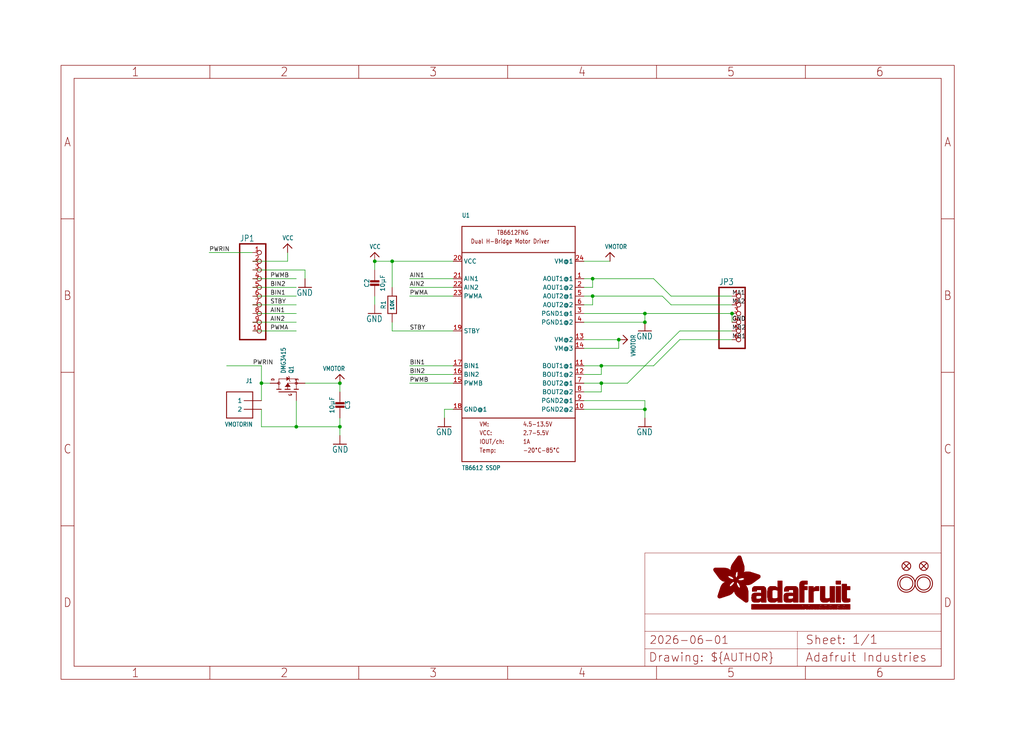
<source format=kicad_sch>
(kicad_sch (version 20230121) (generator eeschema)
  (paper "User" 298.45 217.322)
  (lib_symbols
    (symbol "working-eagle-import:CAP_CERAMIC0805-NOOUTLINE"
      (property "Reference" "C" (at -2.29 1.25 90))
      (symbol "CAP_CERAMIC0805-NOOUTLINE_1_0"
        (pin passive line (at 0 5.08 270) (length 2.54) (name "1") (number "1"))
        (pin passive line (at 0 -2.54 90) (length 2.54) (name "2") (number "2"))
      )
    )
    (symbol "working-eagle-import:FIDUCIAL{dblquote}{dblquote}")
    (symbol "working-eagle-import:FRAME_A4_ADAFRUIT"
      (symbol "FRAME_A4_ADAFRUIT_1_0"
        (text "${#}/${##}" (at 230.505 10.16 0) (effects (font (size 2.54 2.54)) (justify left bottom)))
        (text "${AUTHOR}" (at 189.23 5.08 0) (effects (font (size 2.286 2.286)) (justify left bottom)))
        (text "${CURRENT_DATE}" (at 171.45 10.16 0) (effects (font (size 2.286 2.286)) (justify left bottom)))
        (text "${PROJECTNAME}" (at 171.45 15.24 0) (effects (font (size 2.54 2.54)) (justify left bottom)))
        (text "1" (at 21.6958 1.905 0) (effects (font (size 2.54 2.286))))
        (text "1" (at 21.6958 177.165 0) (effects (font (size 2.54 2.286))))
        (text "2" (at 65.0875 1.905 0) (effects (font (size 2.54 2.286))))
        (text "2" (at 65.0875 177.165 0) (effects (font (size 2.54 2.286))))
        (text "3" (at 108.4792 1.905 0) (effects (font (size 2.54 2.286))))
        (text "3" (at 108.4792 177.165 0) (effects (font (size 2.54 2.286))))
        (text "4" (at 151.8708 1.905 0) (effects (font (size 2.54 2.286))))
        (text "4" (at 151.8708 177.165 0) (effects (font (size 2.54 2.286))))
        (text "5" (at 195.2625 1.905 0) (effects (font (size 2.54 2.286))))
        (text "5" (at 195.2625 177.165 0) (effects (font (size 2.54 2.286))))
        (text "6" (at 238.6542 1.905 0) (effects (font (size 2.54 2.286))))
        (text "6" (at 238.6542 177.165 0) (effects (font (size 2.54 2.286))))
        (text "A" (at 1.905 156.6863 0) (effects (font (size 2.54 2.286))))
        (text "A" (at 258.445 156.6863 0) (effects (font (size 2.54 2.286))))
        (text "Adafruit Industries" (at 216.916 4.953 0) (effects (font (size 2.54 2.54)) (justify left bottom)))
        (text "B" (at 1.905 111.9188 0) (effects (font (size 2.54 2.286))))
        (text "B" (at 258.445 111.9188 0) (effects (font (size 2.54 2.286))))
        (text "C" (at 1.905 67.1513 0) (effects (font (size 2.54 2.286))))
        (text "C" (at 258.445 67.1513 0) (effects (font (size 2.54 2.286))))
        (text "D" (at 1.905 22.3838 0) (effects (font (size 2.54 2.286))))
        (text "D" (at 258.445 22.3838 0) (effects (font (size 2.54 2.286))))
        (text "Drawing:" (at 171.196 4.953 0) (effects (font (size 2.54 2.54)) (justify left bottom)))
        (text "Sheet:" (at 216.916 10.033 0) (effects (font (size 2.54 2.54)) (justify left bottom)))
      )
    )
    (symbol "working-eagle-import:GND" (power)
      (property "Value" "GND" (at -2.54 -2.54 0))
      (symbol "GND_1_0"
        (pin power_in line (at 0 2.54 270) (length 2.54) (name "GND") (number "1"))
      )
    )
    (symbol "working-eagle-import:HEADER-1X10THICKER"
      (property "Reference" "JP" (at -6.35 13.335 0))
      (symbol "HEADER-1X10THICKER_1_0"
        (pin passive inverted (at -2.54 10.16 0) (length 2.54) (name "1") (number "1"))
        (pin passive inverted (at -2.54 -12.7 0) (length 2.54) (name "10") (number "10"))
        (pin passive inverted (at -2.54 7.62 0) (length 2.54) (name "2") (number "2"))
        (pin passive inverted (at -2.54 5.08 0) (length 2.54) (name "3") (number "3"))
        (pin passive inverted (at -2.54 2.54 0) (length 2.54) (name "4") (number "4"))
        (pin passive inverted (at -2.54 0 0) (length 2.54) (name "5") (number "5"))
        (pin passive inverted (at -2.54 -2.54 0) (length 2.54) (name "6") (number "6"))
        (pin passive inverted (at -2.54 -5.08 0) (length 2.54) (name "7") (number "7"))
        (pin passive inverted (at -2.54 -7.62 0) (length 2.54) (name "8") (number "8"))
        (pin passive inverted (at -2.54 -10.16 0) (length 2.54) (name "9") (number "9"))
      )
    )
    (symbol "working-eagle-import:MOSFET-PWIDE"
      (property "Reference" "Q" (at 2.794 0.381 0))
      (symbol "MOSFET-PWIDE_1_0"
        (text "D" (at 0.635 -3.81 0) (effects (font (size 0.8128 0.6908)) (justify left bottom)))
        (text "G" (at -3.81 1.27 0) (effects (font (size 0.8128 0.6908)) (justify left bottom)))
        (text "S" (at 0.635 3.175 0) (effects (font (size 0.8128 0.6908)) (justify left bottom)))
        (pin passive line (at -5.08 2.54 0) (length 2.54) (name "G") (number "1"))
        (pin passive line (at 0 5.08 270) (length 2.54) (name "S") (number "2"))
        (pin passive line (at 0 -5.08 90) (length 2.54) (name "D") (number "3"))
      )
    )
    (symbol "working-eagle-import:MOUNTINGHOLE2.5")
    (symbol "working-eagle-import:PINHD-1X6CB"
      (property "Reference" "JP" (at -6.35 10.795 0))
      (symbol "PINHD-1X6CB_1_0"
        (pin passive inverted (at -2.54 7.62 0) (length 2.54) (name "1") (number "1"))
        (pin passive inverted (at -2.54 5.08 0) (length 2.54) (name "2") (number "2"))
        (pin passive inverted (at -2.54 2.54 0) (length 2.54) (name "3") (number "3"))
        (pin passive inverted (at -2.54 0 0) (length 2.54) (name "4") (number "4"))
        (pin passive inverted (at -2.54 -2.54 0) (length 2.54) (name "5") (number "5"))
        (pin passive inverted (at -2.54 -5.08 0) (length 2.54) (name "6") (number "6"))
      )
    )
    (symbol "working-eagle-import:RESISTOR0805_NOOUTLINE"
      (property "Reference" "R" (at 0 2.54 0))
      (symbol "RESISTOR0805_NOOUTLINE_1_0"
        (pin passive line (at -5.08 0 0) (length 2.54) (name "1") (number "1"))
        (pin passive line (at 5.08 0 180) (length 2.54) (name "2") (number "2"))
      )
    )
    (symbol "working-eagle-import:TB6612FNGSSOP"
      (property "Reference" "U" (at -15.24 35.56 0))
      (symbol "TB6612FNGSSOP_1_0"
        (text "-20°C-85°C" (at 2.54 -33.02 0) (effects (font (size 1.27 1.0795)) (justify left bottom)))
        (text "1A" (at 2.54 -30.48 0) (effects (font (size 1.27 1.0795)) (justify left bottom)))
        (text "2.7-5.5V" (at 2.54 -27.94 0) (effects (font (size 1.27 1.0795)) (justify left bottom)))
        (text "4.5-13.5V" (at 2.54 -25.4 0) (effects (font (size 1.27 1.0795)) (justify left bottom)))
        (text "Dual H-Bridge Motor Driver" (at -12.7 27.94 0) (effects (font (size 1.27 1.0795)) (justify left bottom)))
        (text "IOUT/ch:" (at -10.16 -30.48 0) (effects (font (size 1.27 1.0795)) (justify left bottom)))
        (text "TB6612FNG" (at -5.08 30.48 0) (effects (font (size 1.27 1.0795)) (justify left bottom)))
        (text "Temp:" (at -10.16 -33.02 0) (effects (font (size 1.27 1.0795)) (justify left bottom)))
        (text "VCC:" (at -10.16 -27.94 0) (effects (font (size 1.27 1.0795)) (justify left bottom)))
        (text "VM:" (at -10.16 -25.4 0) (effects (font (size 1.27 1.0795)) (justify left bottom)))
        (pin output line (at 20.32 17.78 180) (length 2.54) (name "AOUT1@1") (number "1"))
        (pin power_in line (at 20.32 -20.32 180) (length 2.54) (name "PGND2@2") (number "10"))
        (pin output line (at 20.32 -7.62 180) (length 2.54) (name "BOUT1@1") (number "11"))
        (pin output line (at 20.32 -10.16 180) (length 2.54) (name "BOUT1@2") (number "12"))
        (pin power_in line (at 20.32 0 180) (length 2.54) (name "VM@2") (number "13"))
        (pin power_in line (at 20.32 -2.54 180) (length 2.54) (name "VM@3") (number "14"))
        (pin input line (at -17.78 -12.7 0) (length 2.54) (name "PWMB") (number "15"))
        (pin input line (at -17.78 -10.16 0) (length 2.54) (name "BIN2") (number "16"))
        (pin input line (at -17.78 -7.62 0) (length 2.54) (name "BIN1") (number "17"))
        (pin power_in line (at -17.78 -20.32 0) (length 2.54) (name "GND@1") (number "18"))
        (pin input line (at -17.78 2.54 0) (length 2.54) (name "STBY") (number "19"))
        (pin output line (at 20.32 15.24 180) (length 2.54) (name "AOUT1@2") (number "2"))
        (pin power_in line (at -17.78 22.86 0) (length 2.54) (name "VCC") (number "20"))
        (pin input line (at -17.78 17.78 0) (length 2.54) (name "AIN1") (number "21"))
        (pin input line (at -17.78 15.24 0) (length 2.54) (name "AIN2") (number "22"))
        (pin input line (at -17.78 12.7 0) (length 2.54) (name "PWMA") (number "23"))
        (pin power_in line (at 20.32 22.86 180) (length 2.54) (name "VM@1") (number "24"))
        (pin power_in line (at 20.32 7.62 180) (length 2.54) (name "PGND1@1") (number "3"))
        (pin power_in line (at 20.32 5.08 180) (length 2.54) (name "PGND1@2") (number "4"))
        (pin output line (at 20.32 12.7 180) (length 2.54) (name "AOUT2@1") (number "5"))
        (pin output line (at 20.32 10.16 180) (length 2.54) (name "AOUT2@2") (number "6"))
        (pin output line (at 20.32 -12.7 180) (length 2.54) (name "BOUT2@1") (number "7"))
        (pin output line (at 20.32 -15.24 180) (length 2.54) (name "BOUT2@2") (number "8"))
        (pin power_in line (at 20.32 -17.78 180) (length 2.54) (name "PGND2@1") (number "9"))
      )
    )
    (symbol "working-eagle-import:TERMBLOCK_1X2"
      (property "Reference" "X" (at -2.54 7.62 0))
      (symbol "TERMBLOCK_1X2_1_0"
        (pin passive line (at -5.08 2.54 0) (length 5.08) (name "1") (number "1"))
        (pin passive line (at -5.08 0 0) (length 5.08) (name "2") (number "2"))
      )
    )
    (symbol "working-eagle-import:VCC" (power)
      (property "Value" "VCC" (at -1.524 1.016 0))
      (symbol "VCC_1_0"
        (pin power_in line (at 0 -2.54 90) (length 2.54) (name "VCC") (number "1"))
      )
    )
    (symbol "working-eagle-import:VMOTOR" (power)
      (property "Value" "VMOTOR" (at -1.524 1.016 0))
      (symbol "VMOTOR_1_0"
        (pin power_in line (at 0 -2.54 90) (length 2.54) (name "VMOTOR") (number "1"))
      )
    )
  )
  (junction (at 172.72 81.28))
  (junction (at 213.36 91.44))
  (junction (at 99.06 111.76))
  (junction (at 86.36 124.46))
  (junction (at 175.26 106.68))
  (junction (at 109.22 76.2))
  (junction (at 180.34 99.06))
  (junction (at 76.2 111.76))
  (junction (at 99.06 124.46))
  (junction (at 187.96 91.44))
  (junction (at 114.3 76.2))
  (junction (at 187.96 119.38))
  (junction (at 172.72 86.36))
  (junction (at 187.96 93.98))
  (junction (at 175.26 111.76))
  (wire (pts (xy 170.18 91.44) (xy 187.96 91.44)) (stroke (width 0.1524)))
  (wire (pts (xy 198.12 96.52) (xy 213.36 96.52)) (stroke (width 0.1524)))
  (wire (pts (xy 170.18 76.2) (xy 177.8 76.2)) (stroke (width 0.1524)))
  (wire (pts (xy 76.2 124.46) (xy 86.36 124.46)) (stroke (width 0.1524)))
  (wire (pts (xy 175.26 111.76) (xy 182.88 111.76)) (stroke (width 0.1524)))
  (wire (pts (xy 132.08 106.68) (xy 119.38 106.68)) (stroke (width 0.1524)))
  (wire (pts (xy 193.04 86.36) (xy 195.58 88.9)) (stroke (width 0.1524)))
  (wire (pts (xy 114.3 83.82) (xy 114.3 76.2)) (stroke (width 0.1524)))
  (wire (pts (xy 73.66 76.2) (xy 83.82 76.2)) (stroke (width 0.1524)))
  (wire (pts (xy 73.66 81.28) (xy 86.36 81.28)) (stroke (width 0.1524)))
  (wire (pts (xy 132.08 81.28) (xy 119.38 81.28)) (stroke (width 0.1524)))
  (wire (pts (xy 86.36 116.84) (xy 86.36 124.46)) (stroke (width 0.1524)))
  (wire (pts (xy 99.06 124.46) (xy 99.06 127)) (stroke (width 0.1524)))
  (wire (pts (xy 132.08 111.76) (xy 119.38 111.76)) (stroke (width 0.1524)))
  (wire (pts (xy 76.2 106.68) (xy 76.2 111.76)) (stroke (width 0.1524)))
  (wire (pts (xy 66.04 106.68) (xy 76.2 106.68)) (stroke (width 0.1524)))
  (wire (pts (xy 170.18 81.28) (xy 172.72 81.28)) (stroke (width 0.1524)))
  (wire (pts (xy 172.72 83.82) (xy 172.72 81.28)) (stroke (width 0.1524)))
  (wire (pts (xy 187.96 119.38) (xy 187.96 121.92)) (stroke (width 0.1524)))
  (wire (pts (xy 78.74 111.76) (xy 76.2 111.76)) (stroke (width 0.1524)))
  (wire (pts (xy 73.66 91.44) (xy 86.36 91.44)) (stroke (width 0.1524)))
  (wire (pts (xy 73.66 93.98) (xy 86.36 93.98)) (stroke (width 0.1524)))
  (wire (pts (xy 109.22 86.36) (xy 109.22 88.9)) (stroke (width 0.1524)))
  (wire (pts (xy 76.2 111.76) (xy 76.2 116.84)) (stroke (width 0.1524)))
  (wire (pts (xy 170.18 83.82) (xy 172.72 83.82)) (stroke (width 0.1524)))
  (wire (pts (xy 132.08 119.38) (xy 129.54 119.38)) (stroke (width 0.1524)))
  (wire (pts (xy 190.5 106.68) (xy 198.12 99.06)) (stroke (width 0.1524)))
  (wire (pts (xy 172.72 88.9) (xy 172.72 86.36)) (stroke (width 0.1524)))
  (wire (pts (xy 170.18 114.3) (xy 175.26 114.3)) (stroke (width 0.1524)))
  (wire (pts (xy 182.88 111.76) (xy 198.12 96.52)) (stroke (width 0.1524)))
  (wire (pts (xy 170.18 109.22) (xy 175.26 109.22)) (stroke (width 0.1524)))
  (wire (pts (xy 73.66 86.36) (xy 86.36 86.36)) (stroke (width 0.1524)))
  (wire (pts (xy 170.18 86.36) (xy 172.72 86.36)) (stroke (width 0.1524)))
  (wire (pts (xy 99.06 111.76) (xy 99.06 114.3)) (stroke (width 0.1524)))
  (wire (pts (xy 109.22 78.74) (xy 109.22 76.2)) (stroke (width 0.1524)))
  (wire (pts (xy 175.26 106.68) (xy 190.5 106.68)) (stroke (width 0.1524)))
  (wire (pts (xy 187.96 116.84) (xy 187.96 119.38)) (stroke (width 0.1524)))
  (wire (pts (xy 175.26 114.3) (xy 175.26 111.76)) (stroke (width 0.1524)))
  (wire (pts (xy 170.18 106.68) (xy 175.26 106.68)) (stroke (width 0.1524)))
  (wire (pts (xy 132.08 96.52) (xy 114.3 96.52)) (stroke (width 0.1524)))
  (wire (pts (xy 132.08 76.2) (xy 114.3 76.2)) (stroke (width 0.1524)))
  (wire (pts (xy 132.08 86.36) (xy 119.38 86.36)) (stroke (width 0.1524)))
  (wire (pts (xy 175.26 109.22) (xy 175.26 106.68)) (stroke (width 0.1524)))
  (wire (pts (xy 195.58 88.9) (xy 213.36 88.9)) (stroke (width 0.1524)))
  (wire (pts (xy 73.66 78.74) (xy 88.9 78.74)) (stroke (width 0.1524)))
  (wire (pts (xy 86.36 124.46) (xy 99.06 124.46)) (stroke (width 0.1524)))
  (wire (pts (xy 170.18 99.06) (xy 180.34 99.06)) (stroke (width 0.1524)))
  (wire (pts (xy 132.08 83.82) (xy 119.38 83.82)) (stroke (width 0.1524)))
  (wire (pts (xy 114.3 76.2) (xy 109.22 76.2)) (stroke (width 0.1524)))
  (wire (pts (xy 213.36 93.98) (xy 213.36 91.44)) (stroke (width 0.1524)))
  (wire (pts (xy 170.18 116.84) (xy 187.96 116.84)) (stroke (width 0.1524)))
  (wire (pts (xy 73.66 88.9) (xy 86.36 88.9)) (stroke (width 0.1524)))
  (wire (pts (xy 172.72 86.36) (xy 193.04 86.36)) (stroke (width 0.1524)))
  (wire (pts (xy 170.18 119.38) (xy 187.96 119.38)) (stroke (width 0.1524)))
  (wire (pts (xy 99.06 121.92) (xy 99.06 124.46)) (stroke (width 0.1524)))
  (wire (pts (xy 172.72 81.28) (xy 190.5 81.28)) (stroke (width 0.1524)))
  (wire (pts (xy 132.08 109.22) (xy 119.38 109.22)) (stroke (width 0.1524)))
  (wire (pts (xy 170.18 111.76) (xy 175.26 111.76)) (stroke (width 0.1524)))
  (wire (pts (xy 73.66 73.66) (xy 60.96 73.66)) (stroke (width 0.1524)))
  (wire (pts (xy 180.34 101.6) (xy 180.34 99.06)) (stroke (width 0.1524)))
  (wire (pts (xy 195.58 86.36) (xy 213.36 86.36)) (stroke (width 0.1524)))
  (wire (pts (xy 88.9 111.76) (xy 99.06 111.76)) (stroke (width 0.1524)))
  (wire (pts (xy 170.18 88.9) (xy 172.72 88.9)) (stroke (width 0.1524)))
  (wire (pts (xy 190.5 81.28) (xy 195.58 86.36)) (stroke (width 0.1524)))
  (wire (pts (xy 198.12 99.06) (xy 213.36 99.06)) (stroke (width 0.1524)))
  (wire (pts (xy 187.96 91.44) (xy 213.36 91.44)) (stroke (width 0.1524)))
  (wire (pts (xy 114.3 93.98) (xy 114.3 96.52)) (stroke (width 0.1524)))
  (wire (pts (xy 88.9 78.74) (xy 88.9 81.28)) (stroke (width 0.1524)))
  (wire (pts (xy 129.54 119.38) (xy 129.54 121.92)) (stroke (width 0.1524)))
  (wire (pts (xy 170.18 93.98) (xy 187.96 93.98)) (stroke (width 0.1524)))
  (wire (pts (xy 170.18 101.6) (xy 180.34 101.6)) (stroke (width 0.1524)))
  (wire (pts (xy 187.96 91.44) (xy 187.96 93.98)) (stroke (width 0.1524)))
  (wire (pts (xy 73.66 83.82) (xy 86.36 83.82)) (stroke (width 0.1524)))
  (wire (pts (xy 83.82 76.2) (xy 83.82 73.66)) (stroke (width 0.1524)))
  (wire (pts (xy 73.66 96.52) (xy 86.36 96.52)) (stroke (width 0.1524)))
  (wire (pts (xy 76.2 119.38) (xy 76.2 124.46)) (stroke (width 0.1524)))
  (label "AIN2" (at 78.74 93.98 0) (effects (font (size 1.2446 1.2446))))
  (label "AIN1" (at 119.38 81.28 0) (effects (font (size 1.2446 1.2446))))
  (label "PWRIN" (at 60.96 73.66 0) (effects (font (size 1.2446 1.2446))))
  (label "PWMB" (at 119.38 111.76 0) (effects (font (size 1.2446 1.2446))))
  (label "GND" (at 213.36 93.98 0) (effects (font (size 1.2446 1.2446))))
  (label "MA1" (at 213.36 86.36 0) (effects (font (size 1.2446 1.2446))))
  (label "MB1" (at 213.36 99.06 0) (effects (font (size 1.2446 1.2446))))
  (label "PWMA" (at 78.74 96.52 0) (effects (font (size 1.2446 1.2446))))
  (label "AIN1" (at 78.74 91.44 0) (effects (font (size 1.2446 1.2446))))
  (label "BIN2" (at 78.74 83.82 0) (effects (font (size 1.2446 1.2446))))
  (label "BIN2" (at 119.38 109.22 0) (effects (font (size 1.2446 1.2446))))
  (label "BIN1" (at 119.38 106.68 0) (effects (font (size 1.2446 1.2446))))
  (label "STBY" (at 78.74 88.9 0) (effects (font (size 1.2446 1.2446))))
  (label "PWRIN" (at 73.66 106.68 0) (effects (font (size 1.2446 1.2446))))
  (label "STBY" (at 119.38 96.52 0) (effects (font (size 1.2446 1.2446))))
  (label "MA2" (at 213.36 88.9 0) (effects (font (size 1.2446 1.2446))))
  (label "MB2" (at 213.36 96.52 0) (effects (font (size 1.2446 1.2446))))
  (label "PWMB" (at 78.74 81.28 0) (effects (font (size 1.2446 1.2446))))
  (label "BIN1" (at 78.74 86.36 0) (effects (font (size 1.2446 1.2446))))
  (label "GND" (at 213.36 93.98 0) (effects (font (size 1.2446 1.2446))))
  (label "PWMA" (at 119.38 86.36 0) (effects (font (size 1.2446 1.2446))))
  (label "AIN2" (at 119.38 83.82 0) (effects (font (size 1.2446 1.2446))))
  (symbol (lib_id "working-eagle-import:FIDUCIAL{dblquote}{dblquote}") (at 264.16 165.1 0) (unit 1)
    (property "Reference" "FID2" (effects hide))
    (property "Value" "FIDUCIAL{dblquote}{dblquote}" (effects hide))
    (property "Footprint" "working:FIDUCIAL_1MM" (effects hide))
  )
  (symbol (lib_id "working-eagle-import:TERMBLOCK_1X2") (at 71.12 119.38 0) (mirror y) (unit 1)
    (property "Reference" "J1" (at 73.66 111.76 0) (effects (font (size 1.27 1.0795)) (justify left bottom)))
    (property "Value" "VMOTORIN" (at 73.66 124.46 0) (effects (font (size 1.27 1.0795)) (justify left bottom)))
    (property "Footprint" "working:TERMBLOCK_1X2-3.5MM" (effects hide))
  )
  (symbol (lib_id "working-eagle-import:PINHD-1X6CB") (at 215.9 93.98 0) (unit 1)
    (property "Reference" "JP3" (at 209.55 83.185 0) (effects (font (size 1.778 1.5113)) (justify left bottom)))
    (property "Value" "PINHD-1X6CB" (effects hide))
    (property "Footprint" "working:1X06-CLEANBIG" (effects hide))
  )
  (symbol (lib_id "working-eagle-import:HEADER-1X10THICKER") (at 76.2 83.82 0) (unit 1)
    (property "Reference" "JP1" (at 69.85 70.485 0) (effects (font (size 1.778 1.5113)) (justify left bottom)))
    (property "Value" "HEADER-1X10THICKER" (effects hide))
    (property "Footprint" "working:1X10_ROUND_76" (effects hide))
  )
  (symbol (lib_id "working-eagle-import:CAP_CERAMIC0805-NOOUTLINE") (at 99.06 119.38 0) (mirror y) (unit 1)
    (property "Reference" "C3" (at 101.35 118.13 90))
    (property "Value" "10µF" (at 96.76 118.13 90))
    (property "Footprint" "working:0805-NO" (effects hide))
  )
  (symbol (lib_id "working-eagle-import:GND") (at 88.9 83.82 0) (unit 1)
    (property "Reference" "#GND1" (effects hide))
    (property "Value" "GND" (at 86.36 86.36 0) (effects (font (size 1.778 1.5113)) (justify left bottom)))
  )
  (symbol (lib_id "working-eagle-import:MOSFET-PWIDE") (at 83.82 111.76 270) (mirror x) (unit 1)
    (property "Reference" "Q1" (at 84.201 108.966 0) (effects (font (size 1.27 1.0795)) (justify left bottom)))
    (property "Value" "DMG3415" (at 81.915 108.966 0) (effects (font (size 1.27 1.0795)) (justify left bottom)))
    (property "Footprint" "working:SOT23-WIDE" (effects hide))
  )
  (symbol (lib_id "working-eagle-import:FIDUCIAL{dblquote}{dblquote}") (at 269.24 165.1 0) (unit 1)
    (property "Reference" "FID1" (effects hide))
    (property "Value" "FIDUCIAL{dblquote}{dblquote}" (effects hide))
    (property "Footprint" "working:FIDUCIAL_1MM" (effects hide))
  )
  (symbol (lib_id "working-eagle-import:VMOTOR") (at 177.8 73.66 0) (unit 1)
    (property "Reference" "#U$2" (effects hide))
    (property "Value" "VMOTOR" (at 176.276 72.644 0) (effects (font (size 1.27 1.0795)) (justify left bottom)))
  )
  (symbol (lib_id "working-eagle-import:GND") (at 187.96 124.46 0) (unit 1)
    (property "Reference" "#GND4" (effects hide))
    (property "Value" "GND" (at 185.42 127 0) (effects (font (size 1.778 1.5113)) (justify left bottom)))
  )
  (symbol (lib_id "working-eagle-import:MOUNTINGHOLE2.5") (at 269.24 170.18 0) (unit 1)
    (property "Reference" "U$13" (effects hide))
    (property "Value" "MOUNTINGHOLE2.5" (effects hide))
    (property "Footprint" "working:MOUNTINGHOLE_2.5_PLATED" (effects hide))
  )
  (symbol (lib_id "working-eagle-import:VCC") (at 83.82 71.12 0) (unit 1)
    (property "Reference" "#P+3" (effects hide))
    (property "Value" "VCC" (at 82.296 70.104 0) (effects (font (size 1.27 1.0795)) (justify left bottom)))
  )
  (symbol (lib_id "working-eagle-import:VMOTOR") (at 99.06 109.22 0) (mirror y) (unit 1)
    (property "Reference" "#U$5" (effects hide))
    (property "Value" "VMOTOR" (at 100.584 108.204 0) (effects (font (size 1.27 1.0795)) (justify left bottom)))
  )
  (symbol (lib_id "working-eagle-import:TB6612FNGSSOP") (at 149.86 99.06 0) (unit 1)
    (property "Reference" "U1" (at 134.62 63.5 0) (effects (font (size 1.27 1.0795)) (justify left bottom)))
    (property "Value" "TB6612 SSOP" (at 134.62 137.16 0) (effects (font (size 1.27 1.0795)) (justify left bottom)))
    (property "Footprint" "working:SSOP24" (effects hide))
  )
  (symbol (lib_id "working-eagle-import:FRAME_A4_ADAFRUIT") (at 17.78 198.12 0) (unit 1)
    (property "Reference" "#U$1" (effects hide))
    (property "Value" "FRAME_A4_ADAFRUIT" (effects hide))
  )
  (symbol (lib_id "working-eagle-import:GND") (at 109.22 91.44 0) (unit 1)
    (property "Reference" "#GND2" (effects hide))
    (property "Value" "GND" (at 106.68 93.98 0) (effects (font (size 1.778 1.5113)) (justify left bottom)))
  )
  (symbol (lib_id "working-eagle-import:MOUNTINGHOLE2.5") (at 264.16 170.18 0) (unit 1)
    (property "Reference" "U$14" (effects hide))
    (property "Value" "MOUNTINGHOLE2.5" (effects hide))
    (property "Footprint" "working:MOUNTINGHOLE_2.5_PLATED" (effects hide))
  )
  (symbol (lib_id "working-eagle-import:GND") (at 187.96 96.52 0) (unit 1)
    (property "Reference" "#GND3" (effects hide))
    (property "Value" "GND" (at 185.42 99.06 0) (effects (font (size 1.778 1.5113)) (justify left bottom)))
  )
  (symbol (lib_id "working-eagle-import:RESISTOR0805_NOOUTLINE") (at 114.3 88.9 90) (unit 1)
    (property "Reference" "R1" (at 111.76 88.9 0))
    (property "Value" "10K" (at 114.3 88.9 0) (effects (font (size 1.016 1.016) bold)))
    (property "Footprint" "working:0805-NO" (effects hide))
  )
  (symbol (lib_id "working-eagle-import:VMOTOR") (at 182.88 99.06 270) (unit 1)
    (property "Reference" "#U$3" (effects hide))
    (property "Value" "VMOTOR" (at 183.896 97.536 0) (effects (font (size 1.27 1.0795)) (justify left bottom)))
  )
  (symbol (lib_id "working-eagle-import:GND") (at 99.06 129.54 0) (mirror y) (unit 1)
    (property "Reference" "#GND7" (effects hide))
    (property "Value" "GND" (at 101.6 132.08 0) (effects (font (size 1.778 1.5113)) (justify left bottom)))
  )
  (symbol (lib_id "working-eagle-import:CAP_CERAMIC0805-NOOUTLINE") (at 109.22 83.82 0) (unit 1)
    (property "Reference" "C2" (at 106.93 82.57 90))
    (property "Value" "10µF" (at 111.52 82.57 90))
    (property "Footprint" "working:0805-NO" (effects hide))
  )
  (symbol (lib_id "working-eagle-import:VCC") (at 109.22 73.66 0) (unit 1)
    (property "Reference" "#P+1" (effects hide))
    (property "Value" "VCC" (at 107.696 72.644 0) (effects (font (size 1.27 1.0795)) (justify left bottom)))
  )
  (symbol (lib_id "working-eagle-import:GND") (at 129.54 124.46 0) (unit 1)
    (property "Reference" "#GND5" (effects hide))
    (property "Value" "GND" (at 127 127 0) (effects (font (size 1.778 1.5113)) (justify left bottom)))
  )
)
</source>
